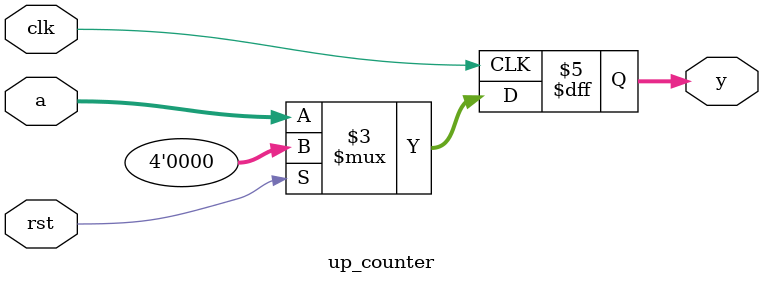
<source format=v>
/* 
 * Corevexis Semiconductor 
 * Example 77: UP COUNTER 
 */

module up_counter (
    input clk,
    input rst,
    input [3:0] a,
    output reg [3:0] y
);

always @(posedge clk) begin
    if(rst) y <= 4'b0;
    else y <= a; 
end

endmodule
</source>
